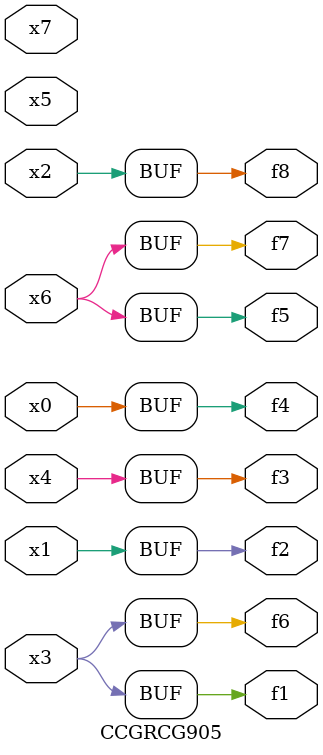
<source format=v>
module CCGRCG905(
	input x0, x1, x2, x3, x4, x5, x6, x7,
	output f1, f2, f3, f4, f5, f6, f7, f8
);
	assign f1 = x3;
	assign f2 = x1;
	assign f3 = x4;
	assign f4 = x0;
	assign f5 = x6;
	assign f6 = x3;
	assign f7 = x6;
	assign f8 = x2;
endmodule

</source>
